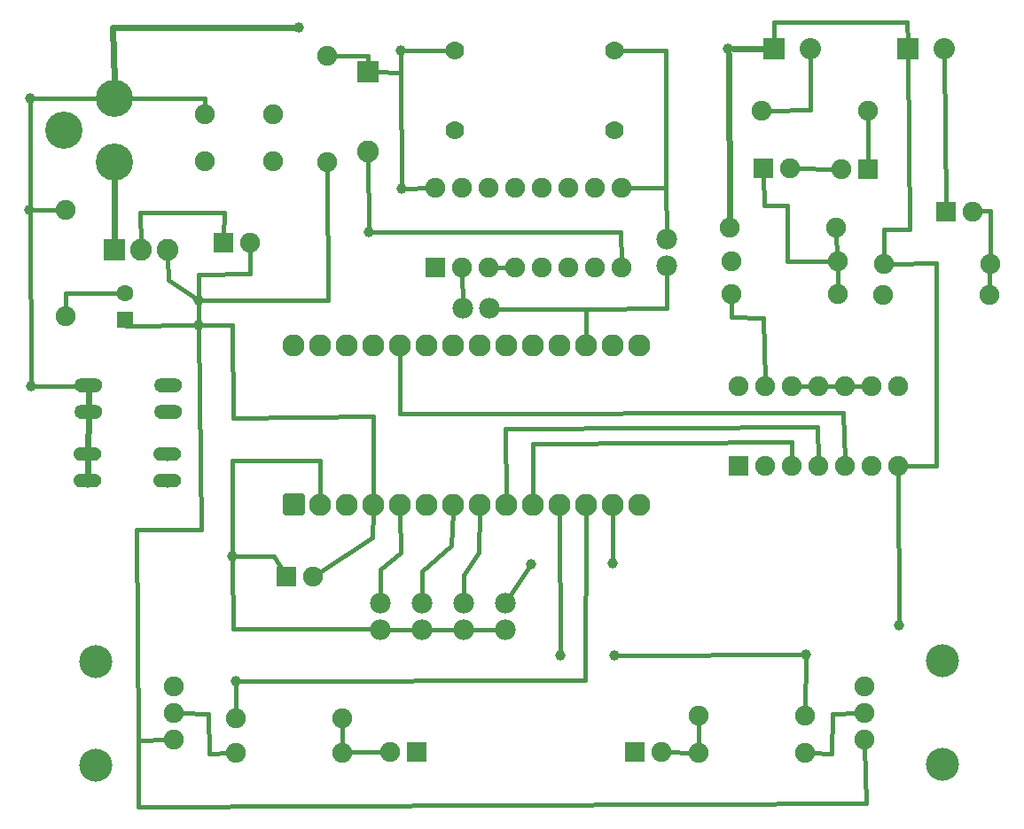
<source format=gtl>
G04 MADE WITH FRITZING*
G04 WWW.FRITZING.ORG*
G04 DOUBLE SIDED*
G04 HOLES PLATED*
G04 CONTOUR ON CENTER OF CONTOUR VECTOR*
%ASAXBY*%
%FSLAX23Y23*%
%MOIN*%
%OFA0B0*%
%SFA1.0B1.0*%
%ADD10C,0.039370*%
%ADD11C,0.075000*%
%ADD12C,0.082000*%
%ADD13C,0.070000*%
%ADD14C,0.078000*%
%ADD15C,0.083307*%
%ADD16C,0.074667*%
%ADD17C,0.074695*%
%ADD18C,0.124033*%
%ADD19C,0.140000*%
%ADD20C,0.080000*%
%ADD21C,0.062992*%
%ADD22C,0.052000*%
%ADD23R,0.075000X0.075000*%
%ADD24R,0.082000X0.082000*%
%ADD25R,0.080000X0.080000*%
%ADD26R,0.062992X0.062992*%
%ADD27C,0.016000*%
%ADD28C,0.024000*%
%ADD29C,0.020000*%
%ADD30R,0.001000X0.001000*%
%LNCOPPER1*%
G90*
G70*
G54D10*
X2324Y682D03*
X2122Y682D03*
G54D11*
X1093Y977D03*
X1193Y977D03*
G54D12*
X445Y2207D03*
X545Y2207D03*
X645Y2207D03*
G54D11*
X262Y2358D03*
X262Y1958D03*
X856Y2236D03*
X956Y2236D03*
G54D10*
X762Y2017D03*
G54D13*
X1726Y2657D03*
X2326Y2657D03*
X2326Y2957D03*
X1726Y2957D03*
G54D10*
X1522Y2958D03*
X1527Y2439D03*
X3394Y793D03*
G54D14*
X2521Y2248D03*
X2521Y2149D03*
G54D10*
X762Y1923D03*
G54D11*
X2880Y2732D03*
X3280Y2732D03*
X1652Y2141D03*
X1652Y2441D03*
X1752Y2141D03*
X1752Y2441D03*
X1852Y2141D03*
X1852Y2441D03*
X1952Y2141D03*
X1952Y2441D03*
X2052Y2141D03*
X2052Y2441D03*
X2152Y2141D03*
X2152Y2441D03*
X2252Y2141D03*
X2252Y2441D03*
X2352Y2141D03*
X2352Y2441D03*
G54D12*
X1399Y2877D03*
X1399Y2579D03*
G54D11*
X1247Y2939D03*
X1247Y2539D03*
G54D10*
X1402Y2276D03*
X1139Y3043D03*
G54D14*
X1756Y1987D03*
X1856Y1987D03*
G54D10*
X133Y1695D03*
G54D14*
X1444Y879D03*
X1444Y779D03*
G54D10*
X890Y1054D03*
G54D14*
X1601Y879D03*
X1601Y779D03*
X1759Y879D03*
X1759Y779D03*
X1916Y879D03*
X1916Y779D03*
G54D10*
X2318Y1027D03*
X2011Y1025D03*
G54D11*
X902Y444D03*
X1302Y444D03*
X902Y315D03*
X1302Y315D03*
X2642Y455D03*
X3042Y455D03*
X2641Y314D03*
X3041Y314D03*
X2402Y317D03*
X2502Y317D03*
X1581Y319D03*
X1481Y319D03*
G54D15*
X1120Y1249D03*
X1120Y1849D03*
X1220Y1249D03*
X1220Y1849D03*
X1320Y1249D03*
X1320Y1849D03*
X1420Y1249D03*
X1420Y1849D03*
X1520Y1249D03*
X1520Y1849D03*
X1620Y1249D03*
X1620Y1849D03*
X1720Y1249D03*
X1720Y1849D03*
X1820Y1249D03*
X1820Y1849D03*
X1920Y1249D03*
X1920Y1849D03*
X2020Y1249D03*
X2020Y1849D03*
X2120Y1249D03*
X2120Y1849D03*
X2220Y1249D03*
X2220Y1849D03*
X2320Y1249D03*
X2320Y1849D03*
X2420Y1249D03*
X2420Y1849D03*
G54D16*
X669Y363D03*
X669Y463D03*
G54D17*
X669Y563D03*
G54D18*
X374Y269D03*
X374Y657D03*
G54D16*
X3265Y566D03*
X3265Y466D03*
G54D17*
X3265Y366D03*
G54D18*
X3560Y660D03*
X3560Y272D03*
G54D19*
X445Y2539D03*
X445Y2779D03*
X255Y2659D03*
G54D20*
X2924Y2964D03*
X3061Y2964D03*
X3429Y2964D03*
X3567Y2964D03*
G54D11*
X2791Y1395D03*
X2791Y1695D03*
X2891Y1395D03*
X2891Y1695D03*
X2991Y1395D03*
X2991Y1695D03*
X3091Y1395D03*
X3091Y1695D03*
X3191Y1395D03*
X3191Y1695D03*
X3291Y1395D03*
X3291Y1695D03*
X3391Y1395D03*
X3391Y1695D03*
X2765Y2165D03*
X3165Y2165D03*
X2765Y2040D03*
X3165Y2040D03*
X2758Y2291D03*
X3158Y2291D03*
G54D10*
X2753Y2964D03*
G54D11*
X3338Y2154D03*
X3738Y2154D03*
X3334Y2038D03*
X3734Y2038D03*
X3571Y2352D03*
X3671Y2352D03*
X2886Y2514D03*
X2986Y2514D03*
X3279Y2512D03*
X3179Y2512D03*
G54D10*
X901Y586D03*
X3044Y685D03*
G54D11*
X1041Y2540D03*
X785Y2540D03*
X1041Y2717D03*
X785Y2717D03*
G54D21*
X487Y1945D03*
X487Y2044D03*
G54D22*
X645Y1338D03*
X645Y1438D03*
X345Y1438D03*
X345Y1338D03*
X645Y1338D03*
X645Y1438D03*
X345Y1438D03*
X345Y1338D03*
X648Y1597D03*
X648Y1697D03*
X348Y1697D03*
X348Y1597D03*
X648Y1597D03*
X648Y1697D03*
X348Y1697D03*
X348Y1597D03*
G54D10*
X128Y2779D03*
X127Y2359D03*
G54D23*
X1093Y977D03*
G54D24*
X445Y2207D03*
G54D23*
X856Y2236D03*
X1652Y2141D03*
G54D24*
X1399Y2878D03*
G54D23*
X2402Y317D03*
X1581Y319D03*
G54D25*
X2924Y2964D03*
X3429Y2964D03*
G54D23*
X2791Y1395D03*
X3571Y2352D03*
X2886Y2514D03*
X3279Y2512D03*
G54D26*
X487Y1945D03*
G54D27*
X2122Y695D02*
X2120Y1222D01*
D02*
X2217Y589D02*
X2219Y1222D01*
D02*
X1044Y1054D02*
X1081Y996D01*
D02*
X904Y1054D02*
X1044Y1054D01*
D02*
X891Y782D02*
X1419Y780D01*
D02*
X890Y1041D02*
X891Y782D01*
D02*
X799Y462D02*
X802Y312D01*
D02*
X802Y312D02*
X879Y315D01*
D02*
X536Y362D02*
X643Y363D01*
D02*
X695Y463D02*
X799Y462D01*
D02*
X649Y2094D02*
X646Y2181D01*
D02*
X751Y2024D02*
X649Y2094D01*
G54D28*
D02*
X445Y2239D02*
X445Y2478D01*
G54D27*
D02*
X786Y2779D02*
X785Y2740D01*
D02*
X501Y2779D02*
X786Y2779D01*
D02*
X761Y2114D02*
X956Y2118D01*
D02*
X956Y2118D02*
X956Y2213D01*
D02*
X543Y2347D02*
X859Y2347D01*
D02*
X859Y2347D02*
X857Y2259D01*
D02*
X545Y2234D02*
X542Y2347D01*
D02*
X762Y2030D02*
X761Y2114D01*
D02*
X263Y2044D02*
X466Y2044D01*
D02*
X141Y2359D02*
X239Y2358D01*
D02*
X262Y1981D02*
X263Y2044D01*
D02*
X390Y2779D02*
X141Y2779D01*
D02*
X2519Y2440D02*
X2519Y2957D01*
D02*
X2519Y2957D02*
X2347Y2957D01*
D02*
X2375Y2441D02*
X2519Y2440D01*
D02*
X2521Y1987D02*
X2521Y2124D01*
D02*
X2218Y1985D02*
X2521Y1987D01*
D02*
X2519Y2440D02*
X2521Y2273D01*
D02*
X1756Y2011D02*
X1753Y2118D01*
D02*
X1875Y2141D02*
X1929Y2141D01*
D02*
X1535Y2958D02*
X1706Y2957D01*
D02*
X1522Y2876D02*
X1522Y2944D01*
D02*
X3061Y2733D02*
X2903Y2732D01*
D02*
X3061Y2939D02*
X3061Y2733D01*
D02*
X3280Y2709D02*
X3279Y2535D01*
D02*
X1399Y2937D02*
X1270Y2939D01*
D02*
X1522Y2876D02*
X1425Y2877D01*
D02*
X1402Y2290D02*
X1399Y2553D01*
D02*
X1415Y2276D02*
X2350Y2273D01*
D02*
X775Y2017D02*
X1248Y2018D01*
D02*
X762Y1936D02*
X762Y2003D01*
D02*
X1248Y2018D02*
X1247Y2516D01*
D02*
X1399Y2904D02*
X1399Y2937D01*
D02*
X1540Y2439D02*
X1629Y2440D01*
D02*
X1522Y2876D02*
X1527Y2452D01*
D02*
X2350Y2273D02*
X2352Y2164D01*
D02*
X2218Y1985D02*
X1881Y1986D01*
D02*
X2219Y1876D02*
X2218Y1985D01*
D02*
X3392Y1372D02*
X3394Y806D01*
D02*
X3068Y1695D02*
X3015Y1695D01*
D02*
X3168Y1695D02*
X3115Y1695D01*
D02*
X3215Y1695D02*
X3268Y1695D01*
D02*
X1213Y990D02*
X1416Y1124D01*
D02*
X1416Y1124D02*
X1419Y1222D01*
D02*
X3145Y462D02*
X3143Y312D01*
D02*
X3143Y312D02*
X3064Y314D01*
D02*
X3238Y465D02*
X3145Y462D01*
D02*
X2641Y337D02*
X2642Y432D01*
D02*
X3044Y672D02*
X3042Y479D01*
D02*
X1374Y319D02*
X1325Y317D01*
D02*
X1458Y319D02*
X1374Y319D01*
D02*
X2525Y317D02*
X2618Y315D01*
D02*
X1468Y779D02*
X1577Y779D01*
D02*
X1626Y779D02*
X1734Y779D01*
D02*
X1783Y779D02*
X1892Y779D01*
D02*
X771Y1154D02*
X528Y1154D01*
D02*
X528Y1154D02*
X536Y362D01*
D02*
X762Y1910D02*
X771Y1154D01*
D02*
X536Y362D02*
X536Y110D01*
D02*
X536Y110D02*
X3272Y124D01*
D02*
X3272Y124D02*
X3265Y340D01*
D02*
X1713Y1096D02*
X1718Y1222D01*
D02*
X1816Y1068D02*
X1819Y1222D01*
D02*
X2318Y1040D02*
X2319Y1222D01*
D02*
X1930Y900D02*
X2004Y1013D01*
D02*
X1758Y985D02*
X1816Y1068D01*
D02*
X1759Y904D02*
X1758Y985D01*
D02*
X1602Y999D02*
X1713Y1096D01*
D02*
X1602Y904D02*
X1602Y999D01*
D02*
X1447Y1005D02*
X1522Y1068D01*
D02*
X1522Y1068D02*
X1520Y1222D01*
D02*
X1444Y904D02*
X1447Y1005D01*
D02*
X901Y572D02*
X902Y467D01*
D02*
X1302Y338D02*
X1302Y421D01*
D02*
X2992Y1484D02*
X2018Y1477D01*
D02*
X2018Y1477D02*
X2019Y1276D01*
D02*
X2992Y1418D02*
X2992Y1484D01*
D02*
X1914Y1533D02*
X1919Y1276D01*
D02*
X3088Y1540D02*
X1914Y1533D01*
D02*
X3091Y1418D02*
X3088Y1540D01*
D02*
X1519Y1590D02*
X1519Y1822D01*
D02*
X3186Y1596D02*
X1519Y1590D01*
D02*
X3191Y1418D02*
X3186Y1596D01*
D02*
X2887Y1950D02*
X2891Y1718D01*
D02*
X2765Y1954D02*
X2887Y1950D01*
D02*
X2765Y2017D02*
X2765Y1954D01*
D02*
X3165Y2142D02*
X3165Y2063D01*
D02*
X3163Y2188D02*
X3159Y2268D01*
G54D28*
D02*
X438Y3043D02*
X444Y2840D01*
D02*
X1120Y3043D02*
X438Y3043D01*
G54D27*
D02*
X2924Y3065D02*
X3427Y3065D01*
D02*
X3427Y3065D02*
X3429Y2989D01*
D02*
X2924Y2990D02*
X2924Y3065D01*
G54D28*
D02*
X2755Y2929D02*
X2758Y2319D01*
D02*
X2754Y2945D02*
X2755Y2929D01*
D02*
X2772Y2964D02*
X2893Y2964D01*
G54D27*
D02*
X3735Y2061D02*
X3737Y2131D01*
D02*
X3436Y2284D02*
X3339Y2284D01*
D02*
X3339Y2284D02*
X3338Y2177D01*
D02*
X3430Y2938D02*
X3436Y2284D01*
D02*
X3738Y2354D02*
X3738Y2177D01*
D02*
X3694Y2353D02*
X3738Y2354D01*
D02*
X3567Y2938D02*
X3571Y2375D01*
D02*
X3156Y2512D02*
X3009Y2514D01*
D02*
X2889Y2374D02*
X2886Y2491D01*
D02*
X2976Y2373D02*
X2889Y2374D01*
D02*
X2976Y2163D02*
X2976Y2373D01*
D02*
X3142Y2165D02*
X2976Y2163D01*
D02*
X915Y586D02*
X2217Y589D01*
D02*
X3031Y685D02*
X2338Y682D01*
D02*
X488Y1922D02*
X488Y1924D01*
D02*
X749Y1923D02*
X488Y1922D01*
G54D28*
D02*
X345Y1411D02*
X345Y1365D01*
D02*
X348Y1569D02*
X345Y1465D01*
D02*
X348Y1669D02*
X348Y1624D01*
G54D27*
D02*
X128Y2346D02*
X133Y1708D01*
D02*
X147Y1695D02*
X327Y1696D01*
D02*
X1218Y1416D02*
X1219Y1276D01*
D02*
X889Y1414D02*
X1218Y1416D01*
D02*
X890Y1068D02*
X889Y1414D01*
D02*
X3536Y2158D02*
X3536Y1396D01*
D02*
X3536Y1396D02*
X3415Y1395D01*
D02*
X3361Y2155D02*
X3536Y2158D01*
D02*
X888Y1924D02*
X891Y1576D01*
D02*
X776Y1923D02*
X888Y1924D01*
D02*
X1420Y1581D02*
X1420Y1276D01*
D02*
X891Y1576D02*
X1420Y1581D01*
D02*
X128Y2373D02*
X128Y2765D01*
G54D29*
X1088Y1281D02*
X1151Y1281D01*
X1151Y1217D01*
X1088Y1217D01*
X1088Y1281D01*
D02*
G54D30*
X316Y1723D02*
X379Y1723D01*
X616Y1723D02*
X679Y1723D01*
X313Y1722D02*
X382Y1722D01*
X613Y1722D02*
X682Y1722D01*
X311Y1721D02*
X385Y1721D01*
X611Y1721D02*
X685Y1721D01*
X309Y1720D02*
X386Y1720D01*
X609Y1720D02*
X686Y1720D01*
X307Y1719D02*
X388Y1719D01*
X607Y1719D02*
X688Y1719D01*
X306Y1718D02*
X389Y1718D01*
X606Y1718D02*
X689Y1718D01*
X305Y1717D02*
X390Y1717D01*
X605Y1717D02*
X690Y1717D01*
X304Y1716D02*
X392Y1716D01*
X604Y1716D02*
X692Y1716D01*
X303Y1715D02*
X392Y1715D01*
X603Y1715D02*
X692Y1715D01*
X302Y1714D02*
X393Y1714D01*
X602Y1714D02*
X693Y1714D01*
X301Y1713D02*
X343Y1713D01*
X353Y1713D02*
X394Y1713D01*
X601Y1713D02*
X643Y1713D01*
X653Y1713D02*
X694Y1713D01*
X301Y1712D02*
X340Y1712D01*
X355Y1712D02*
X395Y1712D01*
X601Y1712D02*
X640Y1712D01*
X655Y1712D02*
X695Y1712D01*
X300Y1711D02*
X338Y1711D01*
X357Y1711D02*
X395Y1711D01*
X600Y1711D02*
X638Y1711D01*
X657Y1711D02*
X695Y1711D01*
X299Y1710D02*
X337Y1710D01*
X358Y1710D02*
X396Y1710D01*
X599Y1710D02*
X637Y1710D01*
X658Y1710D02*
X696Y1710D01*
X299Y1709D02*
X336Y1709D01*
X359Y1709D02*
X397Y1709D01*
X599Y1709D02*
X636Y1709D01*
X659Y1709D02*
X697Y1709D01*
X298Y1708D02*
X335Y1708D01*
X360Y1708D02*
X397Y1708D01*
X598Y1708D02*
X635Y1708D01*
X660Y1708D02*
X697Y1708D01*
X298Y1707D02*
X334Y1707D01*
X361Y1707D02*
X397Y1707D01*
X598Y1707D02*
X634Y1707D01*
X661Y1707D02*
X697Y1707D01*
X298Y1706D02*
X334Y1706D01*
X362Y1706D02*
X398Y1706D01*
X598Y1706D02*
X634Y1706D01*
X662Y1706D02*
X698Y1706D01*
X297Y1705D02*
X333Y1705D01*
X362Y1705D02*
X398Y1705D01*
X597Y1705D02*
X633Y1705D01*
X662Y1705D02*
X698Y1705D01*
X297Y1704D02*
X333Y1704D01*
X363Y1704D02*
X398Y1704D01*
X597Y1704D02*
X633Y1704D01*
X663Y1704D02*
X698Y1704D01*
X297Y1703D02*
X332Y1703D01*
X363Y1703D02*
X399Y1703D01*
X597Y1703D02*
X632Y1703D01*
X663Y1703D02*
X699Y1703D01*
X297Y1702D02*
X332Y1702D01*
X364Y1702D02*
X399Y1702D01*
X597Y1702D02*
X632Y1702D01*
X664Y1702D02*
X699Y1702D01*
X296Y1701D02*
X332Y1701D01*
X364Y1701D02*
X399Y1701D01*
X596Y1701D02*
X632Y1701D01*
X664Y1701D02*
X699Y1701D01*
X296Y1700D02*
X331Y1700D01*
X364Y1700D02*
X399Y1700D01*
X596Y1700D02*
X631Y1700D01*
X664Y1700D02*
X699Y1700D01*
X296Y1699D02*
X331Y1699D01*
X364Y1699D02*
X399Y1699D01*
X596Y1699D02*
X631Y1699D01*
X664Y1699D02*
X699Y1699D01*
X296Y1698D02*
X331Y1698D01*
X364Y1698D02*
X399Y1698D01*
X596Y1698D02*
X631Y1698D01*
X664Y1698D02*
X699Y1698D01*
X296Y1697D02*
X331Y1697D01*
X364Y1697D02*
X399Y1697D01*
X596Y1697D02*
X631Y1697D01*
X664Y1697D02*
X699Y1697D01*
X296Y1696D02*
X331Y1696D01*
X364Y1696D02*
X399Y1696D01*
X596Y1696D02*
X631Y1696D01*
X664Y1696D02*
X699Y1696D01*
X296Y1695D02*
X331Y1695D01*
X364Y1695D02*
X399Y1695D01*
X596Y1695D02*
X631Y1695D01*
X664Y1695D02*
X699Y1695D01*
X296Y1694D02*
X332Y1694D01*
X364Y1694D02*
X399Y1694D01*
X596Y1694D02*
X632Y1694D01*
X664Y1694D02*
X699Y1694D01*
X297Y1693D02*
X332Y1693D01*
X363Y1693D02*
X399Y1693D01*
X597Y1693D02*
X632Y1693D01*
X663Y1693D02*
X699Y1693D01*
X297Y1692D02*
X332Y1692D01*
X363Y1692D02*
X399Y1692D01*
X597Y1692D02*
X632Y1692D01*
X663Y1692D02*
X699Y1692D01*
X297Y1691D02*
X333Y1691D01*
X363Y1691D02*
X398Y1691D01*
X597Y1691D02*
X633Y1691D01*
X663Y1691D02*
X698Y1691D01*
X297Y1690D02*
X333Y1690D01*
X362Y1690D02*
X398Y1690D01*
X597Y1690D02*
X633Y1690D01*
X662Y1690D02*
X698Y1690D01*
X298Y1689D02*
X334Y1689D01*
X362Y1689D02*
X398Y1689D01*
X598Y1689D02*
X634Y1689D01*
X662Y1689D02*
X698Y1689D01*
X298Y1688D02*
X335Y1688D01*
X361Y1688D02*
X397Y1688D01*
X598Y1688D02*
X635Y1688D01*
X661Y1688D02*
X697Y1688D01*
X299Y1687D02*
X335Y1687D01*
X360Y1687D02*
X397Y1687D01*
X599Y1687D02*
X635Y1687D01*
X660Y1687D02*
X697Y1687D01*
X299Y1686D02*
X336Y1686D01*
X359Y1686D02*
X396Y1686D01*
X599Y1686D02*
X636Y1686D01*
X659Y1686D02*
X696Y1686D01*
X300Y1685D02*
X338Y1685D01*
X358Y1685D02*
X396Y1685D01*
X600Y1685D02*
X638Y1685D01*
X658Y1685D02*
X696Y1685D01*
X300Y1684D02*
X339Y1684D01*
X356Y1684D02*
X395Y1684D01*
X600Y1684D02*
X639Y1684D01*
X656Y1684D02*
X695Y1684D01*
X301Y1683D02*
X341Y1683D01*
X354Y1683D02*
X395Y1683D01*
X601Y1683D02*
X641Y1683D01*
X654Y1683D02*
X695Y1683D01*
X302Y1682D02*
X344Y1682D01*
X351Y1682D02*
X394Y1682D01*
X602Y1682D02*
X644Y1682D01*
X651Y1682D02*
X694Y1682D01*
X302Y1681D02*
X393Y1681D01*
X602Y1681D02*
X693Y1681D01*
X303Y1680D02*
X392Y1680D01*
X603Y1680D02*
X692Y1680D01*
X304Y1679D02*
X391Y1679D01*
X604Y1679D02*
X691Y1679D01*
X305Y1678D02*
X390Y1678D01*
X605Y1678D02*
X690Y1678D01*
X307Y1677D02*
X389Y1677D01*
X607Y1677D02*
X689Y1677D01*
X308Y1676D02*
X387Y1676D01*
X608Y1676D02*
X687Y1676D01*
X310Y1675D02*
X386Y1675D01*
X610Y1675D02*
X686Y1675D01*
X312Y1674D02*
X384Y1674D01*
X612Y1674D02*
X684Y1674D01*
X314Y1673D02*
X381Y1673D01*
X614Y1673D02*
X681Y1673D01*
X318Y1672D02*
X377Y1672D01*
X618Y1672D02*
X677Y1672D01*
X316Y1623D02*
X379Y1623D01*
X616Y1623D02*
X679Y1623D01*
X313Y1622D02*
X382Y1622D01*
X613Y1622D02*
X682Y1622D01*
X311Y1621D02*
X385Y1621D01*
X611Y1621D02*
X685Y1621D01*
X309Y1620D02*
X386Y1620D01*
X609Y1620D02*
X686Y1620D01*
X307Y1619D02*
X388Y1619D01*
X607Y1619D02*
X688Y1619D01*
X306Y1618D02*
X389Y1618D01*
X606Y1618D02*
X689Y1618D01*
X305Y1617D02*
X390Y1617D01*
X605Y1617D02*
X690Y1617D01*
X304Y1616D02*
X392Y1616D01*
X604Y1616D02*
X692Y1616D01*
X303Y1615D02*
X392Y1615D01*
X603Y1615D02*
X692Y1615D01*
X302Y1614D02*
X393Y1614D01*
X602Y1614D02*
X693Y1614D01*
X301Y1613D02*
X343Y1613D01*
X353Y1613D02*
X394Y1613D01*
X601Y1613D02*
X643Y1613D01*
X653Y1613D02*
X694Y1613D01*
X301Y1612D02*
X340Y1612D01*
X355Y1612D02*
X395Y1612D01*
X601Y1612D02*
X640Y1612D01*
X655Y1612D02*
X695Y1612D01*
X300Y1611D02*
X338Y1611D01*
X357Y1611D02*
X395Y1611D01*
X600Y1611D02*
X638Y1611D01*
X657Y1611D02*
X695Y1611D01*
X299Y1610D02*
X337Y1610D01*
X358Y1610D02*
X396Y1610D01*
X599Y1610D02*
X637Y1610D01*
X658Y1610D02*
X696Y1610D01*
X299Y1609D02*
X336Y1609D01*
X359Y1609D02*
X397Y1609D01*
X599Y1609D02*
X636Y1609D01*
X659Y1609D02*
X697Y1609D01*
X298Y1608D02*
X335Y1608D01*
X360Y1608D02*
X397Y1608D01*
X598Y1608D02*
X635Y1608D01*
X660Y1608D02*
X697Y1608D01*
X298Y1607D02*
X334Y1607D01*
X361Y1607D02*
X397Y1607D01*
X598Y1607D02*
X634Y1607D01*
X661Y1607D02*
X697Y1607D01*
X298Y1606D02*
X334Y1606D01*
X362Y1606D02*
X398Y1606D01*
X598Y1606D02*
X634Y1606D01*
X662Y1606D02*
X698Y1606D01*
X297Y1605D02*
X333Y1605D01*
X362Y1605D02*
X398Y1605D01*
X597Y1605D02*
X633Y1605D01*
X662Y1605D02*
X698Y1605D01*
X297Y1604D02*
X333Y1604D01*
X363Y1604D02*
X398Y1604D01*
X597Y1604D02*
X633Y1604D01*
X663Y1604D02*
X698Y1604D01*
X297Y1603D02*
X332Y1603D01*
X363Y1603D02*
X399Y1603D01*
X597Y1603D02*
X632Y1603D01*
X663Y1603D02*
X699Y1603D01*
X297Y1602D02*
X332Y1602D01*
X364Y1602D02*
X399Y1602D01*
X597Y1602D02*
X632Y1602D01*
X664Y1602D02*
X699Y1602D01*
X296Y1601D02*
X332Y1601D01*
X364Y1601D02*
X399Y1601D01*
X596Y1601D02*
X632Y1601D01*
X664Y1601D02*
X699Y1601D01*
X296Y1600D02*
X331Y1600D01*
X364Y1600D02*
X399Y1600D01*
X596Y1600D02*
X631Y1600D01*
X664Y1600D02*
X699Y1600D01*
X296Y1599D02*
X331Y1599D01*
X364Y1599D02*
X399Y1599D01*
X596Y1599D02*
X631Y1599D01*
X664Y1599D02*
X699Y1599D01*
X296Y1598D02*
X331Y1598D01*
X364Y1598D02*
X399Y1598D01*
X596Y1598D02*
X631Y1598D01*
X664Y1598D02*
X699Y1598D01*
X296Y1597D02*
X331Y1597D01*
X364Y1597D02*
X399Y1597D01*
X596Y1597D02*
X631Y1597D01*
X664Y1597D02*
X699Y1597D01*
X296Y1596D02*
X331Y1596D01*
X364Y1596D02*
X399Y1596D01*
X596Y1596D02*
X631Y1596D01*
X664Y1596D02*
X699Y1596D01*
X296Y1595D02*
X331Y1595D01*
X364Y1595D02*
X399Y1595D01*
X596Y1595D02*
X631Y1595D01*
X664Y1595D02*
X699Y1595D01*
X296Y1594D02*
X332Y1594D01*
X364Y1594D02*
X399Y1594D01*
X596Y1594D02*
X632Y1594D01*
X664Y1594D02*
X699Y1594D01*
X297Y1593D02*
X332Y1593D01*
X363Y1593D02*
X399Y1593D01*
X597Y1593D02*
X632Y1593D01*
X663Y1593D02*
X699Y1593D01*
X297Y1592D02*
X332Y1592D01*
X363Y1592D02*
X399Y1592D01*
X597Y1592D02*
X632Y1592D01*
X663Y1592D02*
X699Y1592D01*
X297Y1591D02*
X333Y1591D01*
X363Y1591D02*
X398Y1591D01*
X597Y1591D02*
X633Y1591D01*
X663Y1591D02*
X698Y1591D01*
X297Y1590D02*
X333Y1590D01*
X362Y1590D02*
X398Y1590D01*
X597Y1590D02*
X633Y1590D01*
X662Y1590D02*
X698Y1590D01*
X298Y1589D02*
X334Y1589D01*
X362Y1589D02*
X398Y1589D01*
X598Y1589D02*
X634Y1589D01*
X662Y1589D02*
X698Y1589D01*
X298Y1588D02*
X335Y1588D01*
X361Y1588D02*
X397Y1588D01*
X598Y1588D02*
X635Y1588D01*
X661Y1588D02*
X697Y1588D01*
X299Y1587D02*
X335Y1587D01*
X360Y1587D02*
X397Y1587D01*
X599Y1587D02*
X635Y1587D01*
X660Y1587D02*
X697Y1587D01*
X299Y1586D02*
X336Y1586D01*
X359Y1586D02*
X396Y1586D01*
X599Y1586D02*
X636Y1586D01*
X659Y1586D02*
X696Y1586D01*
X300Y1585D02*
X338Y1585D01*
X358Y1585D02*
X396Y1585D01*
X600Y1585D02*
X638Y1585D01*
X658Y1585D02*
X696Y1585D01*
X300Y1584D02*
X339Y1584D01*
X356Y1584D02*
X395Y1584D01*
X600Y1584D02*
X639Y1584D01*
X656Y1584D02*
X695Y1584D01*
X301Y1583D02*
X341Y1583D01*
X354Y1583D02*
X395Y1583D01*
X601Y1583D02*
X641Y1583D01*
X654Y1583D02*
X695Y1583D01*
X302Y1582D02*
X344Y1582D01*
X351Y1582D02*
X394Y1582D01*
X602Y1582D02*
X644Y1582D01*
X651Y1582D02*
X694Y1582D01*
X302Y1581D02*
X393Y1581D01*
X602Y1581D02*
X693Y1581D01*
X303Y1580D02*
X392Y1580D01*
X603Y1580D02*
X692Y1580D01*
X304Y1579D02*
X391Y1579D01*
X604Y1579D02*
X691Y1579D01*
X305Y1578D02*
X390Y1578D01*
X605Y1578D02*
X690Y1578D01*
X307Y1577D02*
X389Y1577D01*
X607Y1577D02*
X689Y1577D01*
X308Y1576D02*
X387Y1576D01*
X608Y1576D02*
X687Y1576D01*
X310Y1575D02*
X386Y1575D01*
X610Y1575D02*
X686Y1575D01*
X312Y1574D02*
X384Y1574D01*
X612Y1574D02*
X684Y1574D01*
X314Y1573D02*
X381Y1573D01*
X614Y1573D02*
X681Y1573D01*
X319Y1572D02*
X377Y1572D01*
X619Y1572D02*
X677Y1572D01*
X316Y1465D02*
X372Y1465D01*
X616Y1465D02*
X672Y1465D01*
X311Y1464D02*
X377Y1464D01*
X611Y1464D02*
X677Y1464D01*
X308Y1463D02*
X380Y1463D01*
X608Y1463D02*
X680Y1463D01*
X307Y1462D02*
X382Y1462D01*
X607Y1462D02*
X682Y1462D01*
X305Y1461D02*
X384Y1461D01*
X605Y1461D02*
X684Y1461D01*
X303Y1460D02*
X385Y1460D01*
X603Y1460D02*
X685Y1460D01*
X302Y1459D02*
X386Y1459D01*
X602Y1459D02*
X686Y1459D01*
X301Y1458D02*
X388Y1458D01*
X601Y1458D02*
X688Y1458D01*
X300Y1457D02*
X389Y1457D01*
X600Y1457D02*
X689Y1457D01*
X299Y1456D02*
X389Y1456D01*
X599Y1456D02*
X689Y1456D01*
X298Y1455D02*
X342Y1455D01*
X346Y1455D02*
X390Y1455D01*
X598Y1455D02*
X642Y1455D01*
X646Y1455D02*
X690Y1455D01*
X297Y1454D02*
X338Y1454D01*
X351Y1454D02*
X391Y1454D01*
X597Y1454D02*
X638Y1454D01*
X651Y1454D02*
X691Y1454D01*
X297Y1453D02*
X336Y1453D01*
X353Y1453D02*
X392Y1453D01*
X597Y1453D02*
X636Y1453D01*
X653Y1453D02*
X692Y1453D01*
X296Y1452D02*
X334Y1452D01*
X354Y1452D02*
X392Y1452D01*
X596Y1452D02*
X634Y1452D01*
X654Y1452D02*
X692Y1452D01*
X296Y1451D02*
X333Y1451D01*
X355Y1451D02*
X393Y1451D01*
X596Y1451D02*
X633Y1451D01*
X655Y1451D02*
X693Y1451D01*
X295Y1450D02*
X332Y1450D01*
X356Y1450D02*
X393Y1450D01*
X595Y1450D02*
X632Y1450D01*
X656Y1450D02*
X693Y1450D01*
X295Y1449D02*
X331Y1449D01*
X357Y1449D02*
X394Y1449D01*
X595Y1449D02*
X631Y1449D01*
X657Y1449D02*
X694Y1449D01*
X294Y1448D02*
X330Y1448D01*
X358Y1448D02*
X394Y1448D01*
X594Y1448D02*
X630Y1448D01*
X658Y1448D02*
X694Y1448D01*
X294Y1447D02*
X330Y1447D01*
X359Y1447D02*
X395Y1447D01*
X594Y1447D02*
X630Y1447D01*
X659Y1447D02*
X695Y1447D01*
X294Y1446D02*
X329Y1446D01*
X359Y1446D02*
X395Y1446D01*
X594Y1446D02*
X629Y1446D01*
X659Y1446D02*
X695Y1446D01*
X293Y1445D02*
X329Y1445D01*
X360Y1445D02*
X395Y1445D01*
X593Y1445D02*
X629Y1445D01*
X660Y1445D02*
X695Y1445D01*
X293Y1444D02*
X329Y1444D01*
X360Y1444D02*
X395Y1444D01*
X593Y1444D02*
X629Y1444D01*
X660Y1444D02*
X695Y1444D01*
X293Y1443D02*
X328Y1443D01*
X360Y1443D02*
X395Y1443D01*
X593Y1443D02*
X628Y1443D01*
X660Y1443D02*
X695Y1443D01*
X293Y1442D02*
X328Y1442D01*
X360Y1442D02*
X396Y1442D01*
X593Y1442D02*
X628Y1442D01*
X660Y1442D02*
X696Y1442D01*
X293Y1441D02*
X328Y1441D01*
X361Y1441D02*
X396Y1441D01*
X593Y1441D02*
X628Y1441D01*
X661Y1441D02*
X696Y1441D01*
X293Y1440D02*
X328Y1440D01*
X361Y1440D02*
X396Y1440D01*
X593Y1440D02*
X628Y1440D01*
X661Y1440D02*
X696Y1440D01*
X293Y1439D02*
X328Y1439D01*
X361Y1439D02*
X396Y1439D01*
X593Y1439D02*
X628Y1439D01*
X661Y1439D02*
X696Y1439D01*
X293Y1438D02*
X328Y1438D01*
X361Y1438D02*
X396Y1438D01*
X593Y1438D02*
X628Y1438D01*
X661Y1438D02*
X696Y1438D01*
X293Y1437D02*
X328Y1437D01*
X361Y1437D02*
X396Y1437D01*
X593Y1437D02*
X628Y1437D01*
X661Y1437D02*
X696Y1437D01*
X293Y1436D02*
X328Y1436D01*
X360Y1436D02*
X396Y1436D01*
X593Y1436D02*
X628Y1436D01*
X660Y1436D02*
X696Y1436D01*
X293Y1435D02*
X328Y1435D01*
X360Y1435D02*
X395Y1435D01*
X593Y1435D02*
X628Y1435D01*
X660Y1435D02*
X695Y1435D01*
X293Y1434D02*
X329Y1434D01*
X360Y1434D02*
X395Y1434D01*
X593Y1434D02*
X629Y1434D01*
X660Y1434D02*
X695Y1434D01*
X293Y1433D02*
X329Y1433D01*
X359Y1433D02*
X395Y1433D01*
X593Y1433D02*
X629Y1433D01*
X659Y1433D02*
X695Y1433D01*
X294Y1432D02*
X329Y1432D01*
X359Y1432D02*
X395Y1432D01*
X594Y1432D02*
X629Y1432D01*
X659Y1432D02*
X695Y1432D01*
X294Y1431D02*
X330Y1431D01*
X358Y1431D02*
X394Y1431D01*
X594Y1431D02*
X630Y1431D01*
X658Y1431D02*
X694Y1431D01*
X294Y1430D02*
X331Y1430D01*
X358Y1430D02*
X394Y1430D01*
X594Y1430D02*
X631Y1430D01*
X658Y1430D02*
X694Y1430D01*
X295Y1429D02*
X331Y1429D01*
X357Y1429D02*
X394Y1429D01*
X595Y1429D02*
X631Y1429D01*
X657Y1429D02*
X694Y1429D01*
X295Y1428D02*
X332Y1428D01*
X356Y1428D02*
X393Y1428D01*
X595Y1428D02*
X632Y1428D01*
X656Y1428D02*
X693Y1428D01*
X296Y1427D02*
X333Y1427D01*
X355Y1427D02*
X393Y1427D01*
X596Y1427D02*
X633Y1427D01*
X655Y1427D02*
X693Y1427D01*
X296Y1426D02*
X335Y1426D01*
X354Y1426D02*
X392Y1426D01*
X596Y1426D02*
X635Y1426D01*
X654Y1426D02*
X692Y1426D01*
X297Y1425D02*
X336Y1425D01*
X352Y1425D02*
X392Y1425D01*
X597Y1425D02*
X636Y1425D01*
X652Y1425D02*
X692Y1425D01*
X298Y1424D02*
X339Y1424D01*
X350Y1424D02*
X391Y1424D01*
X598Y1424D02*
X639Y1424D01*
X650Y1424D02*
X691Y1424D01*
X299Y1423D02*
X390Y1423D01*
X599Y1423D02*
X690Y1423D01*
X299Y1422D02*
X389Y1422D01*
X599Y1422D02*
X689Y1422D01*
X300Y1421D02*
X388Y1421D01*
X600Y1421D02*
X688Y1421D01*
X301Y1420D02*
X387Y1420D01*
X601Y1420D02*
X687Y1420D01*
X303Y1419D02*
X386Y1419D01*
X602Y1419D02*
X686Y1419D01*
X304Y1418D02*
X385Y1418D01*
X604Y1418D02*
X685Y1418D01*
X305Y1417D02*
X383Y1417D01*
X605Y1417D02*
X683Y1417D01*
X307Y1416D02*
X381Y1416D01*
X607Y1416D02*
X681Y1416D01*
X309Y1415D02*
X379Y1415D01*
X609Y1415D02*
X679Y1415D01*
X312Y1414D02*
X376Y1414D01*
X612Y1414D02*
X676Y1414D01*
X316Y1365D02*
X373Y1365D01*
X616Y1365D02*
X673Y1365D01*
X311Y1364D02*
X377Y1364D01*
X611Y1364D02*
X677Y1364D01*
X308Y1363D02*
X380Y1363D01*
X608Y1363D02*
X680Y1363D01*
X307Y1362D02*
X382Y1362D01*
X607Y1362D02*
X682Y1362D01*
X305Y1361D02*
X384Y1361D01*
X605Y1361D02*
X684Y1361D01*
X303Y1360D02*
X385Y1360D01*
X603Y1360D02*
X685Y1360D01*
X302Y1359D02*
X386Y1359D01*
X602Y1359D02*
X686Y1359D01*
X301Y1358D02*
X388Y1358D01*
X601Y1358D02*
X688Y1358D01*
X300Y1357D02*
X389Y1357D01*
X600Y1357D02*
X689Y1357D01*
X299Y1356D02*
X389Y1356D01*
X599Y1356D02*
X689Y1356D01*
X298Y1355D02*
X342Y1355D01*
X346Y1355D02*
X390Y1355D01*
X598Y1355D02*
X642Y1355D01*
X646Y1355D02*
X690Y1355D01*
X297Y1354D02*
X338Y1354D01*
X351Y1354D02*
X391Y1354D01*
X597Y1354D02*
X638Y1354D01*
X651Y1354D02*
X691Y1354D01*
X297Y1353D02*
X336Y1353D01*
X353Y1353D02*
X392Y1353D01*
X597Y1353D02*
X636Y1353D01*
X653Y1353D02*
X692Y1353D01*
X296Y1352D02*
X334Y1352D01*
X354Y1352D02*
X392Y1352D01*
X596Y1352D02*
X634Y1352D01*
X654Y1352D02*
X692Y1352D01*
X296Y1351D02*
X333Y1351D01*
X355Y1351D02*
X393Y1351D01*
X596Y1351D02*
X633Y1351D01*
X655Y1351D02*
X693Y1351D01*
X295Y1350D02*
X332Y1350D01*
X356Y1350D02*
X393Y1350D01*
X595Y1350D02*
X632Y1350D01*
X656Y1350D02*
X693Y1350D01*
X295Y1349D02*
X331Y1349D01*
X357Y1349D02*
X394Y1349D01*
X595Y1349D02*
X631Y1349D01*
X657Y1349D02*
X694Y1349D01*
X294Y1348D02*
X330Y1348D01*
X358Y1348D02*
X394Y1348D01*
X594Y1348D02*
X630Y1348D01*
X658Y1348D02*
X694Y1348D01*
X294Y1347D02*
X330Y1347D01*
X359Y1347D02*
X395Y1347D01*
X594Y1347D02*
X630Y1347D01*
X659Y1347D02*
X695Y1347D01*
X294Y1346D02*
X329Y1346D01*
X359Y1346D02*
X395Y1346D01*
X594Y1346D02*
X629Y1346D01*
X659Y1346D02*
X695Y1346D01*
X293Y1345D02*
X329Y1345D01*
X360Y1345D02*
X395Y1345D01*
X593Y1345D02*
X629Y1345D01*
X660Y1345D02*
X695Y1345D01*
X293Y1344D02*
X329Y1344D01*
X360Y1344D02*
X395Y1344D01*
X593Y1344D02*
X629Y1344D01*
X660Y1344D02*
X695Y1344D01*
X293Y1343D02*
X328Y1343D01*
X360Y1343D02*
X395Y1343D01*
X593Y1343D02*
X628Y1343D01*
X660Y1343D02*
X695Y1343D01*
X293Y1342D02*
X328Y1342D01*
X360Y1342D02*
X396Y1342D01*
X593Y1342D02*
X628Y1342D01*
X660Y1342D02*
X696Y1342D01*
X293Y1341D02*
X328Y1341D01*
X361Y1341D02*
X396Y1341D01*
X593Y1341D02*
X628Y1341D01*
X661Y1341D02*
X696Y1341D01*
X293Y1340D02*
X328Y1340D01*
X361Y1340D02*
X396Y1340D01*
X593Y1340D02*
X628Y1340D01*
X661Y1340D02*
X696Y1340D01*
X293Y1339D02*
X328Y1339D01*
X361Y1339D02*
X396Y1339D01*
X593Y1339D02*
X628Y1339D01*
X661Y1339D02*
X696Y1339D01*
X293Y1338D02*
X328Y1338D01*
X361Y1338D02*
X396Y1338D01*
X593Y1338D02*
X628Y1338D01*
X661Y1338D02*
X696Y1338D01*
X293Y1337D02*
X328Y1337D01*
X361Y1337D02*
X396Y1337D01*
X593Y1337D02*
X628Y1337D01*
X661Y1337D02*
X696Y1337D01*
X293Y1336D02*
X328Y1336D01*
X360Y1336D02*
X396Y1336D01*
X593Y1336D02*
X628Y1336D01*
X660Y1336D02*
X696Y1336D01*
X293Y1335D02*
X328Y1335D01*
X360Y1335D02*
X395Y1335D01*
X593Y1335D02*
X628Y1335D01*
X660Y1335D02*
X695Y1335D01*
X293Y1334D02*
X329Y1334D01*
X360Y1334D02*
X395Y1334D01*
X593Y1334D02*
X629Y1334D01*
X660Y1334D02*
X695Y1334D01*
X294Y1333D02*
X329Y1333D01*
X359Y1333D02*
X395Y1333D01*
X594Y1333D02*
X629Y1333D01*
X659Y1333D02*
X695Y1333D01*
X294Y1332D02*
X330Y1332D01*
X359Y1332D02*
X395Y1332D01*
X594Y1332D02*
X630Y1332D01*
X659Y1332D02*
X695Y1332D01*
X294Y1331D02*
X330Y1331D01*
X358Y1331D02*
X394Y1331D01*
X594Y1331D02*
X630Y1331D01*
X658Y1331D02*
X694Y1331D01*
X294Y1330D02*
X331Y1330D01*
X358Y1330D02*
X394Y1330D01*
X594Y1330D02*
X631Y1330D01*
X658Y1330D02*
X694Y1330D01*
X295Y1329D02*
X331Y1329D01*
X357Y1329D02*
X394Y1329D01*
X595Y1329D02*
X631Y1329D01*
X657Y1329D02*
X694Y1329D01*
X295Y1328D02*
X332Y1328D01*
X356Y1328D02*
X393Y1328D01*
X595Y1328D02*
X632Y1328D01*
X656Y1328D02*
X693Y1328D01*
X296Y1327D02*
X333Y1327D01*
X355Y1327D02*
X393Y1327D01*
X596Y1327D02*
X633Y1327D01*
X655Y1327D02*
X693Y1327D01*
X296Y1326D02*
X335Y1326D01*
X354Y1326D02*
X392Y1326D01*
X596Y1326D02*
X635Y1326D01*
X654Y1326D02*
X692Y1326D01*
X297Y1325D02*
X336Y1325D01*
X352Y1325D02*
X391Y1325D01*
X597Y1325D02*
X636Y1325D01*
X652Y1325D02*
X691Y1325D01*
X298Y1324D02*
X339Y1324D01*
X350Y1324D02*
X391Y1324D01*
X598Y1324D02*
X639Y1324D01*
X650Y1324D02*
X691Y1324D01*
X299Y1323D02*
X390Y1323D01*
X599Y1323D02*
X690Y1323D01*
X299Y1322D02*
X389Y1322D01*
X599Y1322D02*
X689Y1322D01*
X300Y1321D02*
X388Y1321D01*
X600Y1321D02*
X688Y1321D01*
X301Y1320D02*
X387Y1320D01*
X601Y1320D02*
X687Y1320D01*
X303Y1319D02*
X386Y1319D01*
X603Y1319D02*
X686Y1319D01*
X304Y1318D02*
X385Y1318D01*
X604Y1318D02*
X685Y1318D01*
X305Y1317D02*
X383Y1317D01*
X605Y1317D02*
X683Y1317D01*
X307Y1316D02*
X381Y1316D01*
X607Y1316D02*
X681Y1316D01*
X309Y1315D02*
X379Y1315D01*
X609Y1315D02*
X679Y1315D01*
X312Y1314D02*
X376Y1314D01*
X612Y1314D02*
X676Y1314D01*
D02*
G04 End of Copper1*
M02*
</source>
